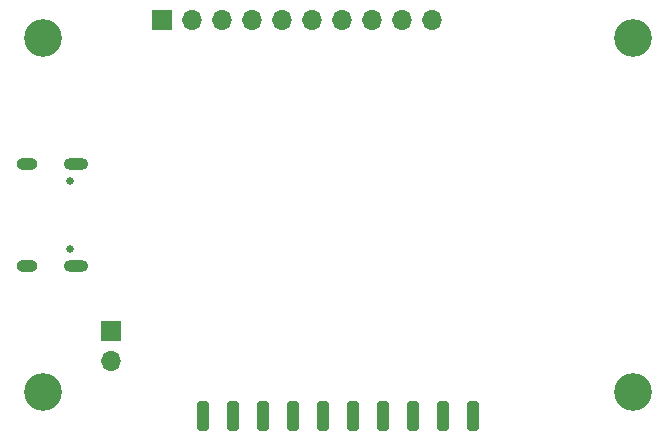
<source format=gbr>
%TF.GenerationSoftware,KiCad,Pcbnew,8.0.0*%
%TF.CreationDate,2024-07-22T23:16:51+01:00*%
%TF.ProjectId,Blue_Pedal,426c7565-5f50-4656-9461-6c2e6b696361,rev?*%
%TF.SameCoordinates,Original*%
%TF.FileFunction,Soldermask,Bot*%
%TF.FilePolarity,Negative*%
%FSLAX46Y46*%
G04 Gerber Fmt 4.6, Leading zero omitted, Abs format (unit mm)*
G04 Created by KiCad (PCBNEW 8.0.0) date 2024-07-22 23:16:51*
%MOMM*%
%LPD*%
G01*
G04 APERTURE LIST*
G04 Aperture macros list*
%AMRoundRect*
0 Rectangle with rounded corners*
0 $1 Rounding radius*
0 $2 $3 $4 $5 $6 $7 $8 $9 X,Y pos of 4 corners*
0 Add a 4 corners polygon primitive as box body*
4,1,4,$2,$3,$4,$5,$6,$7,$8,$9,$2,$3,0*
0 Add four circle primitives for the rounded corners*
1,1,$1+$1,$2,$3*
1,1,$1+$1,$4,$5*
1,1,$1+$1,$6,$7*
1,1,$1+$1,$8,$9*
0 Add four rect primitives between the rounded corners*
20,1,$1+$1,$2,$3,$4,$5,0*
20,1,$1+$1,$4,$5,$6,$7,0*
20,1,$1+$1,$6,$7,$8,$9,0*
20,1,$1+$1,$8,$9,$2,$3,0*%
G04 Aperture macros list end*
%ADD10RoundRect,0.250000X0.250000X1.000000X-0.250000X1.000000X-0.250000X-1.000000X0.250000X-1.000000X0*%
%ADD11C,3.200000*%
%ADD12C,0.650000*%
%ADD13O,2.100000X1.000000*%
%ADD14O,1.800000X1.000000*%
%ADD15R,1.700000X1.700000*%
%ADD16O,1.700000X1.700000*%
G04 APERTURE END LIST*
D10*
%TO.C,J2*%
X113570000Y-132000000D03*
X116110000Y-132000000D03*
X118650000Y-132000000D03*
X121190000Y-132000000D03*
X123730000Y-132000000D03*
X126270000Y-132000000D03*
X128810000Y-132000000D03*
X131350000Y-132000000D03*
X133890000Y-132000000D03*
X136430000Y-132000000D03*
%TD*%
D11*
%TO.C,H1*%
X100000000Y-100000000D03*
%TD*%
D12*
%TO.C,J1*%
X102305000Y-112110000D03*
X102305000Y-117890000D03*
D13*
X102805000Y-110680000D03*
D14*
X98625000Y-110680000D03*
D13*
X102805000Y-119320000D03*
D14*
X98625000Y-119320000D03*
%TD*%
D15*
%TO.C,J6*%
X105800000Y-124825000D03*
D16*
X105800000Y-127365000D03*
%TD*%
D15*
%TO.C,J5*%
X110130000Y-98500000D03*
D16*
X112670000Y-98500000D03*
X115210000Y-98500000D03*
X117750000Y-98500000D03*
X120290000Y-98500000D03*
X122830000Y-98500000D03*
X125370000Y-98500000D03*
X127910000Y-98500000D03*
X130450000Y-98500000D03*
X132990000Y-98500000D03*
%TD*%
D11*
%TO.C,H3*%
X100000000Y-130000000D03*
%TD*%
%TO.C,H4*%
X150000000Y-130000000D03*
%TD*%
%TO.C,H2*%
X150000000Y-100000000D03*
%TD*%
M02*

</source>
